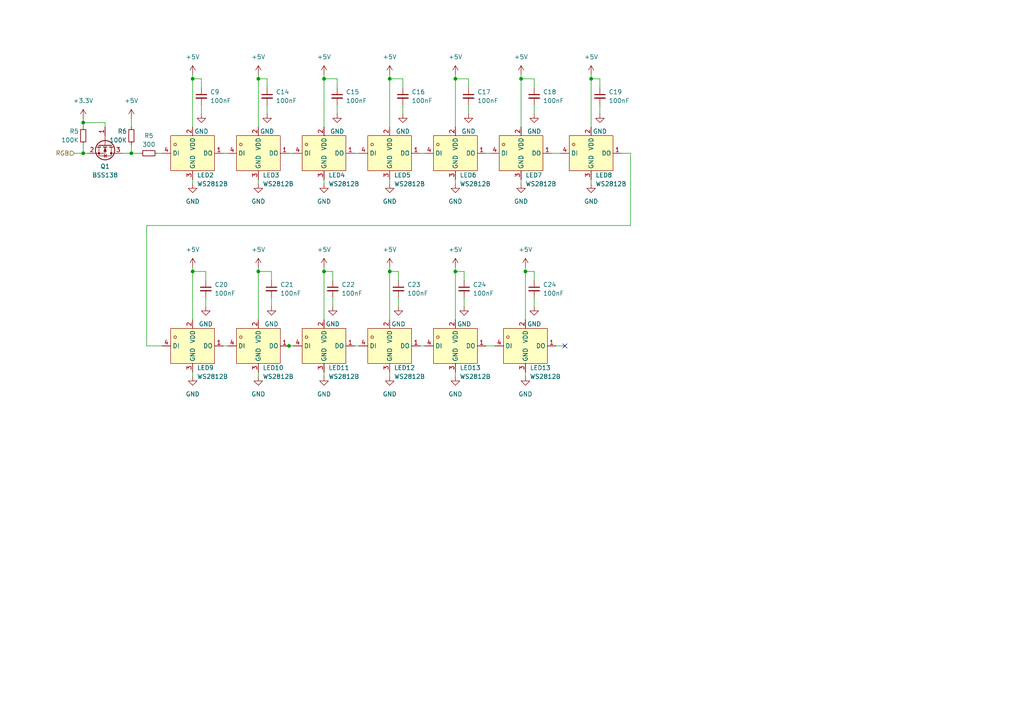
<source format=kicad_sch>
(kicad_sch (version 20230121) (generator eeschema)
  (paper "A4")
  (lib_symbols
    (symbol "Device:C_Small" (pin_numbers hide) (pin_names (offset 0.254) hide)
      (property "Reference" "C" (at 0.254 1.778 0))
      (property "Value" "C_Small" (at 0.254 -2.032 0))
      (symbol "C_Small_0_1"
        (polyline (pts (xy -1.524 -0.508) (xy 1.524 -0.508)) (stroke (width 0.3302)))
        (polyline (pts (xy -1.524 0.508) (xy 1.524 0.508)) (stroke (width 0.3048)))
      )
      (symbol "C_Small_1_1"
        (pin passive line (at 0 2.54 270) (length 2.032) (name "~") (number "1"))
        (pin passive line (at 0 -2.54 90) (length 2.032) (name "~") (number "2"))
      )
    )
    (symbol "Device:R_Small" (pin_numbers hide) (pin_names (offset 0.254) hide)
      (property "Reference" "R" (at 0.762 0.508 0))
      (property "Value" "R_Small" (at 0.762 -1.016 0))
      (symbol "R_Small_0_1"
        (rectangle (start -0.762 1.778) (end 0.762 -1.778) (stroke (width 0.2032)))
      )
      (symbol "R_Small_1_1"
        (pin passive line (at 0 2.54 270) (length 0.762) (name "~") (number "1"))
        (pin passive line (at 0 -2.54 90) (length 0.762) (name "~") (number "2"))
      )
    )
    (symbol "Transistor_FET:BSS138" (pin_names hide)
      (property "Reference" "Q" (at 5.08 1.905 0))
      (property "Value" "BSS138" (at 5.08 0 0))
      (symbol "BSS138_0_1"
        (polyline (pts (xy 0.254 0) (xy -2.54 0)))
        (polyline (pts (xy 0.254 1.905) (xy 0.254 -1.905)) (stroke (width 0.254)))
        (polyline (pts (xy 0.762 -1.27) (xy 0.762 -2.286)) (stroke (width 0.254)))
        (polyline (pts (xy 0.762 0.508) (xy 0.762 -0.508)) (stroke (width 0.254)))
        (polyline (pts (xy 0.762 2.286) (xy 0.762 1.27)) (stroke (width 0.254)))
        (polyline (pts (xy 2.54 2.54) (xy 2.54 1.778)))
        (polyline (pts (xy 2.54 -2.54) (xy 2.54 0) (xy 0.762 0)))
        (polyline (pts (xy 0.762 -1.778) (xy 3.302 -1.778) (xy 3.302 1.778) (xy 0.762 1.778)))
        (polyline (pts (xy 1.016 0) (xy 2.032 0.381) (xy 2.032 -0.381) (xy 1.016 0)) (fill (type outline)))
        (polyline (pts (xy 2.794 0.508) (xy 2.921 0.381) (xy 3.683 0.381) (xy 3.81 0.254)))
        (polyline (pts (xy 3.302 0.381) (xy 2.921 -0.254) (xy 3.683 -0.254) (xy 3.302 0.381)))
        (circle (center 1.651 0) (radius 2.794) (stroke (width 0.254)))
        (circle (center 2.54 -1.778) (radius 0.254) (fill (type outline)))
        (circle (center 2.54 1.778) (radius 0.254) (fill (type outline)))
      )
      (symbol "BSS138_1_1"
        (pin input line (at -5.08 0 0) (length 2.54) (name "G") (number "1"))
        (pin passive line (at 2.54 -5.08 90) (length 2.54) (name "S") (number "2"))
        (pin passive line (at 2.54 5.08 270) (length 2.54) (name "D") (number "3"))
      )
    )
    (symbol "easyeda2kicad:XL-1615RGBC-WS2812B"
      (property "Reference" "LED" (at 2.54 -6.35 0))
      (property "Value" "XL-1615RGBC-WS2812B" (at 2.54 -8.89 0))
      (symbol "XL-1615RGBC-WS2812B_0_1"
        (rectangle (start -6.35 5.08) (end 6.35 -5.08) (fill (type background)))
        (circle (center -5.08 2.54) (radius 0.38))
      )
      (symbol "XL-1615RGBC-WS2812B_1_1"
        (pin output line (at 8.89 0 180) (length 2.54) (name "DO") (number "1"))
        (pin power_in line (at 0 7.62 270) (length 2.54) (name "VDD") (number "2"))
        (pin power_in line (at 0 -7.62 90) (length 2.54) (name "GND") (number "3"))
        (pin input line (at -8.89 0 0) (length 2.54) (name "DI") (number "4"))
      )
    )
    (symbol "power:+3.3V" (power) (pin_names (offset 0))
      (property "Value" "+3.3V" (at 0 3.556 0))
      (symbol "+3.3V_0_1"
        (polyline (pts (xy -0.762 1.27) (xy 0 2.54)))
        (polyline (pts (xy 0 0) (xy 0 2.54)))
        (polyline (pts (xy 0 2.54) (xy 0.762 1.27)))
      )
      (symbol "+3.3V_1_1"
        (pin power_in line (at 0 0 90) (length 0) hide (name "+3.3V") (number "1"))
      )
    )
    (symbol "power:+5V" (power) (pin_names (offset 0))
      (property "Value" "+5V" (at 0 3.556 0))
      (symbol "+5V_0_1"
        (polyline (pts (xy -0.762 1.27) (xy 0 2.54)))
        (polyline (pts (xy 0 0) (xy 0 2.54)))
        (polyline (pts (xy 0 2.54) (xy 0.762 1.27)))
      )
      (symbol "+5V_1_1"
        (pin power_in line (at 0 0 90) (length 0) hide (name "+5V") (number "1"))
      )
    )
    (symbol "power:GND" (power) (pin_names (offset 0))
      (property "Value" "GND" (at 0 -3.81 0))
      (symbol "GND_0_1"
        (polyline (pts (xy 0 0) (xy 0 -1.27) (xy 1.27 -1.27) (xy 0 -2.54) (xy -1.27 -1.27) (xy 0 -1.27)))
      )
      (symbol "GND_1_1"
        (pin power_in line (at 0 0 270) (length 0) hide (name "GND") (number "1"))
      )
    )
  )
  (junction (at 24.13 35.56))
  (junction (at 132.08 78.74))
  (junction (at 24.13 44.45))
  (junction (at 74.93 22.86))
  (junction (at 55.88 78.74))
  (junction (at 151.13 22.86))
  (junction (at 93.98 22.86))
  (junction (at 38.1 44.45))
  (junction (at 132.08 22.86))
  (junction (at 83.82 100.33))
  (junction (at 55.88 22.86))
  (junction (at 74.93 78.74))
  (junction (at 113.03 78.74))
  (junction (at 113.03 22.86))
  (junction (at 171.45 22.86))
  (junction (at 93.98 78.74))
  (junction (at 152.4 78.74))
  (no_connect (at 163.83 100.33))
  (wire (pts (xy 97.79 30.48) (xy 97.79 33.02)))
  (wire (pts (xy 113.03 107.95) (xy 113.03 109.22)))
  (wire (pts (xy 96.52 78.74) (xy 96.52 81.28)))
  (wire (pts (xy 59.69 86.36) (xy 59.69 88.9)))
  (wire (pts (xy 113.03 52.07) (xy 113.03 53.34)))
  (wire (pts (xy 35.56 44.45) (xy 38.1 44.45)))
  (wire (pts (xy 154.94 30.48) (xy 154.94 33.02)))
  (wire (pts (xy 93.98 107.95) (xy 93.98 109.22)))
  (wire (pts (xy 38.1 34.29) (xy 38.1 36.83)))
  (wire (pts (xy 182.88 65.405) (xy 42.545 65.405)))
  (wire (pts (xy 93.98 22.86) (xy 93.98 36.83)))
  (wire (pts (xy 182.88 44.45) (xy 182.88 65.405)))
  (wire (pts (xy 82.55 100.33) (xy 83.82 100.33)))
  (wire (pts (xy 24.13 41.91) (xy 24.13 44.45)))
  (wire (pts (xy 55.88 78.74) (xy 55.88 92.71)))
  (wire (pts (xy 113.03 22.86) (xy 116.84 22.86)))
  (wire (pts (xy 161.29 100.33) (xy 163.83 100.33)))
  (wire (pts (xy 132.08 78.74) (xy 134.62 78.74)))
  (wire (pts (xy 116.84 30.48) (xy 116.84 33.02)))
  (wire (pts (xy 132.08 21.59) (xy 132.08 22.86)))
  (wire (pts (xy 152.4 77.47) (xy 152.4 78.74)))
  (wire (pts (xy 93.98 22.86) (xy 97.79 22.86)))
  (wire (pts (xy 21.59 44.45) (xy 24.13 44.45)))
  (wire (pts (xy 134.62 78.74) (xy 134.62 81.28)))
  (wire (pts (xy 132.08 22.86) (xy 132.08 36.83)))
  (wire (pts (xy 140.97 100.33) (xy 143.51 100.33)))
  (wire (pts (xy 55.88 77.47) (xy 55.88 78.74)))
  (wire (pts (xy 74.93 21.59) (xy 74.93 22.86)))
  (wire (pts (xy 55.88 22.86) (xy 55.88 36.83)))
  (wire (pts (xy 24.13 35.56) (xy 24.13 36.83)))
  (wire (pts (xy 74.93 78.74) (xy 74.93 92.71)))
  (wire (pts (xy 42.545 100.33) (xy 46.99 100.33)))
  (wire (pts (xy 140.97 44.45) (xy 142.24 44.45)))
  (wire (pts (xy 151.13 52.07) (xy 151.13 53.34)))
  (wire (pts (xy 152.4 78.74) (xy 152.4 92.71)))
  (wire (pts (xy 38.1 41.91) (xy 38.1 44.45)))
  (wire (pts (xy 74.93 78.74) (xy 78.74 78.74)))
  (wire (pts (xy 83.82 44.45) (xy 85.09 44.45)))
  (wire (pts (xy 102.87 100.33) (xy 104.14 100.33)))
  (wire (pts (xy 55.88 21.59) (xy 55.88 22.86)))
  (wire (pts (xy 171.45 22.86) (xy 173.99 22.86)))
  (wire (pts (xy 154.94 86.36) (xy 154.94 88.9)))
  (wire (pts (xy 152.4 78.74) (xy 154.94 78.74)))
  (wire (pts (xy 115.57 78.74) (xy 115.57 81.28)))
  (wire (pts (xy 78.74 86.36) (xy 78.74 88.9)))
  (wire (pts (xy 113.03 22.86) (xy 113.03 36.83)))
  (wire (pts (xy 135.89 22.86) (xy 135.89 25.4)))
  (wire (pts (xy 55.88 52.07) (xy 55.88 53.34)))
  (wire (pts (xy 113.03 78.74) (xy 113.03 92.71)))
  (wire (pts (xy 151.13 21.59) (xy 151.13 22.86)))
  (wire (pts (xy 160.02 44.45) (xy 162.56 44.45)))
  (wire (pts (xy 58.42 22.86) (xy 58.42 25.4)))
  (wire (pts (xy 132.08 78.74) (xy 132.08 92.71)))
  (wire (pts (xy 121.92 44.45) (xy 123.19 44.45)))
  (wire (pts (xy 24.13 35.56) (xy 30.48 35.56)))
  (wire (pts (xy 113.03 21.59) (xy 113.03 22.86)))
  (wire (pts (xy 93.98 52.07) (xy 93.98 53.34)))
  (wire (pts (xy 64.77 44.45) (xy 66.04 44.45)))
  (wire (pts (xy 173.99 30.48) (xy 173.99 33.02)))
  (wire (pts (xy 93.98 78.74) (xy 96.52 78.74)))
  (wire (pts (xy 96.52 86.36) (xy 96.52 88.9)))
  (wire (pts (xy 132.08 52.07) (xy 132.08 53.34)))
  (wire (pts (xy 93.98 78.74) (xy 93.98 92.71)))
  (wire (pts (xy 180.34 44.45) (xy 182.88 44.45)))
  (wire (pts (xy 102.87 44.45) (xy 104.14 44.45)))
  (wire (pts (xy 74.93 22.86) (xy 74.93 36.83)))
  (wire (pts (xy 30.48 35.56) (xy 30.48 36.83)))
  (wire (pts (xy 64.77 100.33) (xy 66.04 100.33)))
  (wire (pts (xy 154.94 78.74) (xy 154.94 81.28)))
  (wire (pts (xy 74.93 22.86) (xy 77.47 22.86)))
  (wire (pts (xy 116.84 22.86) (xy 116.84 25.4)))
  (wire (pts (xy 45.72 44.45) (xy 46.99 44.45)))
  (wire (pts (xy 134.62 86.36) (xy 134.62 88.9)))
  (wire (pts (xy 83.82 100.33) (xy 85.09 100.33)))
  (wire (pts (xy 59.69 78.74) (xy 59.69 81.28)))
  (wire (pts (xy 97.79 22.86) (xy 97.79 25.4)))
  (wire (pts (xy 113.03 78.74) (xy 115.57 78.74)))
  (wire (pts (xy 132.08 107.95) (xy 132.08 109.22)))
  (wire (pts (xy 55.88 107.95) (xy 55.88 109.22)))
  (wire (pts (xy 74.93 52.07) (xy 74.93 53.34)))
  (wire (pts (xy 154.94 22.86) (xy 154.94 25.4)))
  (wire (pts (xy 77.47 22.86) (xy 77.47 25.4)))
  (wire (pts (xy 171.45 21.59) (xy 171.45 22.86)))
  (wire (pts (xy 42.545 65.405) (xy 42.545 100.33)))
  (wire (pts (xy 78.74 78.74) (xy 78.74 81.28)))
  (wire (pts (xy 132.08 22.86) (xy 135.89 22.86)))
  (wire (pts (xy 171.45 22.86) (xy 171.45 36.83)))
  (wire (pts (xy 24.13 44.45) (xy 25.4 44.45)))
  (wire (pts (xy 173.99 22.86) (xy 173.99 25.4)))
  (wire (pts (xy 55.88 22.86) (xy 58.42 22.86)))
  (wire (pts (xy 121.92 100.33) (xy 123.19 100.33)))
  (wire (pts (xy 152.4 107.95) (xy 152.4 109.22)))
  (wire (pts (xy 77.47 30.48) (xy 77.47 33.02)))
  (wire (pts (xy 74.93 107.95) (xy 74.93 109.22)))
  (wire (pts (xy 74.93 77.47) (xy 74.93 78.74)))
  (wire (pts (xy 171.45 52.07) (xy 171.45 53.34)))
  (wire (pts (xy 38.1 44.45) (xy 40.64 44.45)))
  (wire (pts (xy 113.03 77.47) (xy 113.03 78.74)))
  (wire (pts (xy 24.13 34.29) (xy 24.13 35.56)))
  (wire (pts (xy 55.88 78.74) (xy 59.69 78.74)))
  (wire (pts (xy 135.89 30.48) (xy 135.89 33.02)))
  (wire (pts (xy 132.08 77.47) (xy 132.08 78.74)))
  (wire (pts (xy 58.42 30.48) (xy 58.42 33.02)))
  (wire (pts (xy 151.13 22.86) (xy 151.13 36.83)))
  (wire (pts (xy 151.13 22.86) (xy 154.94 22.86)))
  (wire (pts (xy 93.98 21.59) (xy 93.98 22.86)))
  (wire (pts (xy 93.98 77.47) (xy 93.98 78.74)))
  (wire (pts (xy 115.57 86.36) (xy 115.57 88.9)))
  (hierarchical_label "RGB" (shape input) (at 21.59 44.45 180))
  (symbol (lib_id "power:+5V") (at 151.13 21.59 0) (unit 1)
    (property "Reference" "#PWR053" (effects hide))
    (property "Value" "+5V" (at 151.13 16.51 0))
    (instances (project "Badge" (path "" (reference "#PWR053") (unit 1)) (path "" (reference "#PWR048") (unit 1))))
  )
  (symbol (lib_id "Device:C_Small") (at 96.52 83.82 0) (unit 1)
    (property "Reference" "C22" (at 99.06 82.5563 0) (effects (justify left)))
    (property "Value" "100nF" (at 99.06 85.0963 0) (effects (justify left)))
    (property "Footprint" "Capacitor_SMD:C_0603_1608Metric" (effects hide))
    (property "Datasheet" "https://datasheet.lcsc.com/lcsc/2211101700_YAGEO-CC0603KRX7R9BB104_C14663.pdf" (effects hide))
    (property "LCSC" "C14663" (effects hide))
  )
  (symbol (lib_id "power:GND") (at 55.88 109.22 0) (unit 1)
    (property "Reference" "#PWR038" (effects hide))
    (property "Value" "GND" (at 55.88 114.3 0))
    (instances (project "Badge" (path "" (reference "#PWR038") (unit 1)) (path "" (reference "#PWR055") (unit 1))))
  )
  (symbol (lib_id "easyeda2kicad:XL-1615RGBC-WS2812B") (at 113.03 100.33 0) (unit 1)
    (property "Reference" "LED12" (at 114.3 106.68 0) (effects (justify left)))
    (property "Value" "WS2812B" (at 114.3 109.22 0) (effects (justify left)))
    (property "Footprint" "easyeda2kicad:LED-SMD_4P-L1.6-W1.5_XL-1615RGBC-WS2812B" (effects hide))
    (property "Datasheet" "https://datasheet.lcsc.com/lcsc/2301111010_XINGLIGHT-XL-1615RGBC-WS2812B_C5349954.pdf" (effects hide))
    (property "LCSC" "C5349954" (effects hide))
    (instances (project "Badge" (path "" (reference "LED12") (unit 1)) (path "" (reference "LED11") (unit 1))))
  )
  (symbol (lib_id "Device:C_Small") (at 154.94 83.82 0) (unit 1)
    (property "Reference" "C24" (at 157.48 82.5563 0) (effects (justify left)))
    (property "Value" "100nF" (at 157.48 85.0963 0) (effects (justify left)))
    (property "Footprint" "Capacitor_SMD:C_0603_1608Metric" (effects hide))
    (property "Datasheet" "https://datasheet.lcsc.com/lcsc/2211101700_YAGEO-CC0603KRX7R9BB104_C14663.pdf" (effects hide))
    (property "LCSC" "C14663" (effects hide))
    (instances (project "Badge" (path "" (reference "C24") (unit 1)) (path "" (reference "C25") (unit 1))))
  )
  (symbol (lib_id "power:GND") (at 154.94 88.9 0) (unit 1)
    (property "Reference" "#PWR066" (effects hide))
    (property "Value" "GND" (at 154.94 93.98 0))
    (instances (project "Badge" (path "" (reference "#PWR066") (unit 1)) (path "" (reference "#PWR071") (unit 1))))
  )
  (symbol (lib_id "power:+5V") (at 38.1 34.29 0) (unit 1)
    (property "Reference" "#PWR043" (effects hide))
    (property "Value" "+5V" (at 38.1 29.21 0))
    (instances (project "Badge" (path "" (reference "#PWR043") (unit 1)) (path "" (reference "#PWR032") (unit 1))))
  )
  (symbol (lib_id "power:+5V") (at 74.93 21.59 0) (unit 1)
    (property "Reference" "#PWR045" (effects hide))
    (property "Value" "+5V" (at 74.93 16.51 0))
    (instances (project "Badge" (path "" (reference "#PWR045") (unit 1)) (path "" (reference "#PWR036") (unit 1))))
  )
  (symbol (lib_id "power:GND") (at 74.93 53.34 0) (unit 1)
    (property "Reference" "#PWR022" (effects hide))
    (property "Value" "GND" (at 74.93 58.42 0))
    (instances (project "Badge" (path "" (reference "#PWR022") (unit 1)) (path "" (reference "#PWR037") (unit 1))))
  )
  (symbol (lib_id "Device:C_Small") (at 154.94 27.94 0) (unit 1)
    (property "Reference" "C18" (at 157.48 26.6763 0) (effects (justify left)))
    (property "Value" "100nF" (at 157.48 29.2163 0) (effects (justify left)))
    (property "Footprint" "Capacitor_SMD:C_0603_1608Metric" (effects hide))
    (property "Datasheet" "https://datasheet.lcsc.com/lcsc/2211101700_YAGEO-CC0603KRX7R9BB104_C14663.pdf" (effects hide))
    (property "LCSC" "C14663" (effects hide))
  )
  (symbol (lib_id "power:GND") (at 154.94 33.02 0) (unit 1)
    (property "Reference" "#PWR054" (effects hide))
    (property "Value" "GND" (at 154.94 38.1 0))
    (instances (project "Badge" (path "" (reference "#PWR054") (unit 1)) (path "" (reference "#PWR050") (unit 1))))
  )
  (symbol (lib_id "Device:C_Small") (at 59.69 83.82 0) (unit 1)
    (property "Reference" "C20" (at 62.23 82.5563 0) (effects (justify left)))
    (property "Value" "100nF" (at 62.23 85.0963 0) (effects (justify left)))
    (property "Footprint" "Capacitor_SMD:C_0603_1608Metric" (effects hide))
    (property "Datasheet" "https://datasheet.lcsc.com/lcsc/2211101700_YAGEO-CC0603KRX7R9BB104_C14663.pdf" (effects hide))
    (property "LCSC" "C14663" (effects hide))
  )
  (symbol (lib_id "Device:C_Small") (at 116.84 27.94 0) (unit 1)
    (property "Reference" "C16" (at 119.38 26.6763 0) (effects (justify left)))
    (property "Value" "100nF" (at 119.38 29.2163 0) (effects (justify left)))
    (property "Footprint" "Capacitor_SMD:C_0603_1608Metric" (effects hide))
    (property "Datasheet" "https://datasheet.lcsc.com/lcsc/2211101700_YAGEO-CC0603KRX7R9BB104_C14663.pdf" (effects hide))
    (property "LCSC" "C14663" (effects hide))
  )
  (symbol (lib_id "easyeda2kicad:XL-1615RGBC-WS2812B") (at 74.93 100.33 0) (unit 1)
    (property "Reference" "LED10" (at 76.2 106.68 0) (effects (justify left)))
    (property "Value" "WS2812B" (at 76.2 109.22 0) (effects (justify left)))
    (property "Footprint" "easyeda2kicad:LED-SMD_4P-L1.6-W1.5_XL-1615RGBC-WS2812B" (effects hide))
    (property "Datasheet" "https://datasheet.lcsc.com/lcsc/2301111010_XINGLIGHT-XL-1615RGBC-WS2812B_C5349954.pdf" (effects hide))
    (property "LCSC" "C5349954" (effects hide))
    (instances (project "Badge" (path "" (reference "LED10") (unit 1)) (path "" (reference "LED9") (unit 1))))
  )
  (symbol (lib_id "power:+5V") (at 55.88 77.47 0) (unit 1)
    (property "Reference" "#PWR057" (effects hide))
    (property "Value" "+5V" (at 55.88 72.39 0))
    (instances (project "Badge" (path "" (reference "#PWR057") (unit 1)) (path "" (reference "#PWR054") (unit 1))))
  )
  (symbol (lib_id "Transistor_FET:BSS138") (at 30.48 41.91 270) (unit 1)
    (property "Reference" "Q1" (at 30.48 48.26 90))
    (property "Value" "BSS138" (at 30.48 50.8 90))
    (property "Footprint" "Package_TO_SOT_SMD:SOT-23" (effects hide))
    (property "Datasheet" "https://www.onsemi.com/pub/Collateral/BSS138-D.PDF" (effects hide))
    (property "LCSC" "C427380" (effects hide))
  )
  (symbol (lib_id "power:GND") (at 93.98 53.34 0) (unit 1)
    (property "Reference" "#PWR028" (effects hide))
    (property "Value" "GND" (at 93.98 58.42 0))
    (instances (project "Badge" (path "" (reference "#PWR028") (unit 1)) (path "" (reference "#PWR040") (unit 1))))
  )
  (symbol (lib_id "easyeda2kicad:XL-1615RGBC-WS2812B") (at 151.13 44.45 0) (unit 1)
    (property "Reference" "LED7" (at 152.4 50.8 0) (effects (justify left)))
    (property "Value" "WS2812B" (at 152.4 53.34 0) (effects (justify left)))
    (property "Footprint" "easyeda2kicad:LED-SMD_4P-L1.6-W1.5_XL-1615RGBC-WS2812B" (effects hide))
    (property "Datasheet" "https://datasheet.lcsc.com/lcsc/2301111010_XINGLIGHT-XL-1615RGBC-WS2812B_C5349954.pdf" (effects hide))
    (property "LCSC" "C5349954" (effects hide))
    (instances (project "Badge" (path "" (reference "LED7") (unit 1)) (path "" (reference "LED6") (unit 1))))
  )
  (symbol (lib_id "easyeda2kicad:XL-1615RGBC-WS2812B") (at 93.98 44.45 0) (unit 1)
    (property "Reference" "LED4" (at 95.25 50.8 0) (effects (justify left)))
    (property "Value" "WS2812B" (at 95.25 53.34 0) (effects (justify left)))
    (property "Footprint" "easyeda2kicad:LED-SMD_4P-L1.6-W1.5_XL-1615RGBC-WS2812B" (effects hide))
    (property "Datasheet" "https://datasheet.lcsc.com/lcsc/2301111010_XINGLIGHT-XL-1615RGBC-WS2812B_C5349954.pdf" (effects hide))
    (property "LCSC" "C5349954" (effects hide))
    (instances (project "Badge" (path "" (reference "LED4") (unit 1)) (path "" (reference "LED3") (unit 1))))
  )
  (symbol (lib_id "power:+5V") (at 93.98 21.59 0) (unit 1)
    (property "Reference" "#PWR047" (effects hide))
    (property "Value" "+5V" (at 93.98 16.51 0))
    (instances (project "Badge" (path "" (reference "#PWR047") (unit 1)) (path "" (reference "#PWR039") (unit 1))))
  )
  (symbol (lib_id "Device:C_Small") (at 58.42 27.94 0) (unit 1)
    (property "Reference" "C9" (at 60.96 26.6763 0) (effects (justify left)))
    (property "Value" "100nF" (at 60.96 29.2163 0) (effects (justify left)))
    (property "Footprint" "Capacitor_SMD:C_0603_1608Metric" (effects hide))
    (property "Datasheet" "https://datasheet.lcsc.com/lcsc/2211101700_YAGEO-CC0603KRX7R9BB104_C14663.pdf" (effects hide))
    (property "LCSC" "C14663" (effects hide))
    (instances (project "Badge" (path "" (reference "C9") (unit 1)) (path "" (reference "C13") (unit 1))))
  )
  (symbol (lib_id "power:GND") (at 171.45 53.34 0) (unit 1)
    (property "Reference" "#PWR032" (effects hide))
    (property "Value" "GND" (at 171.45 58.42 0))
    (instances (project "Badge" (path "" (reference "#PWR032") (unit 1)) (path "" (reference "#PWR052") (unit 1))))
  )
  (symbol (lib_id "power:+5V") (at 113.03 77.47 0) (unit 1)
    (property "Reference" "#PWR063" (effects hide))
    (property "Value" "+5V" (at 113.03 72.39 0))
  )
  (symbol (lib_id "easyeda2kicad:XL-1615RGBC-WS2812B") (at 74.93 44.45 0) (unit 1)
    (property "Reference" "LED3" (at 76.2 50.8 0) (effects (justify left)))
    (property "Value" "WS2812B" (at 76.2 53.34 0) (effects (justify left)))
    (property "Footprint" "easyeda2kicad:LED-SMD_4P-L1.6-W1.5_XL-1615RGBC-WS2812B" (effects hide))
    (property "Datasheet" "https://datasheet.lcsc.com/lcsc/2301111010_XINGLIGHT-XL-1615RGBC-WS2812B_C5349954.pdf" (effects hide))
    (property "LCSC" "C5349954" (effects hide))
    (instances (project "Badge" (path "" (reference "LED3") (unit 1)) (path "" (reference "LED2") (unit 1))))
  )
  (symbol (lib_id "easyeda2kicad:XL-1615RGBC-WS2812B") (at 55.88 44.45 0) (unit 1)
    (property "Reference" "LED2" (at 57.15 50.8 0) (effects (justify left)))
    (property "Value" "WS2812B" (at 57.15 53.34 0) (effects (justify left)))
    (property "Footprint" "easyeda2kicad:LED-SMD_4P-L1.6-W1.5_XL-1615RGBC-WS2812B" (effects hide))
    (property "Datasheet" "https://datasheet.lcsc.com/lcsc/2301111010_XINGLIGHT-XL-1615RGBC-WS2812B_C5349954.pdf" (effects hide))
    (property "LCSC" "C5349954" (effects hide))
    (instances (project "Badge" (path "" (reference "LED2") (unit 1)) (path "" (reference "LED1") (unit 1))))
  )
  (symbol (lib_id "Device:C_Small") (at 134.62 83.82 0) (unit 1)
    (property "Reference" "C24" (at 137.16 82.5563 0) (effects (justify left)))
    (property "Value" "100nF" (at 137.16 85.0963 0) (effects (justify left)))
    (property "Footprint" "Capacitor_SMD:C_0603_1608Metric" (effects hide))
    (property "Datasheet" "https://datasheet.lcsc.com/lcsc/2211101700_YAGEO-CC0603KRX7R9BB104_C14663.pdf" (effects hide))
    (property "LCSC" "C14663" (effects hide))
  )
  (symbol (lib_id "Device:C_Small") (at 115.57 83.82 0) (unit 1)
    (property "Reference" "C23" (at 118.11 82.5563 0) (effects (justify left)))
    (property "Value" "100nF" (at 118.11 85.0963 0) (effects (justify left)))
    (property "Footprint" "Capacitor_SMD:C_0603_1608Metric" (effects hide))
    (property "Datasheet" "https://datasheet.lcsc.com/lcsc/2211101700_YAGEO-CC0603KRX7R9BB104_C14663.pdf" (effects hide))
    (property "LCSC" "C14663" (effects hide))
  )
  (symbol (lib_id "easyeda2kicad:XL-1615RGBC-WS2812B") (at 113.03 44.45 0) (unit 1)
    (property "Reference" "LED5" (at 114.3 50.8 0) (effects (justify left)))
    (property "Value" "WS2812B" (at 114.3 53.34 0) (effects (justify left)))
    (property "Footprint" "easyeda2kicad:LED-SMD_4P-L1.6-W1.5_XL-1615RGBC-WS2812B" (effects hide))
    (property "Datasheet" "https://datasheet.lcsc.com/lcsc/2301111010_XINGLIGHT-XL-1615RGBC-WS2812B_C5349954.pdf" (effects hide))
    (property "LCSC" "C5349954" (effects hide))
    (instances (project "Badge" (path "" (reference "LED5") (unit 1)) (path "" (reference "LED4") (unit 1))))
  )
  (symbol (lib_id "easyeda2kicad:XL-1615RGBC-WS2812B") (at 55.88 100.33 0) (unit 1)
    (property "Reference" "LED9" (at 57.15 106.68 0) (effects (justify left)))
    (property "Value" "WS2812B" (at 57.15 109.22 0) (effects (justify left)))
    (property "Footprint" "easyeda2kicad:LED-SMD_4P-L1.6-W1.5_XL-1615RGBC-WS2812B" (effects hide))
    (property "Datasheet" "https://datasheet.lcsc.com/lcsc/2301111010_XINGLIGHT-XL-1615RGBC-WS2812B_C5349954.pdf" (effects hide))
    (property "LCSC" "C5349954" (effects hide))
    (instances (project "Badge" (path "" (reference "LED9") (unit 1)) (path "" (reference "LED8") (unit 1))))
  )
  (symbol (lib_id "power:GND") (at 132.08 53.34 0) (unit 1)
    (property "Reference" "#PWR030" (effects hide))
    (property "Value" "GND" (at 132.08 58.42 0))
    (instances (project "Badge" (path "" (reference "#PWR030") (unit 1)) (path "" (reference "#PWR046") (unit 1))))
  )
  (symbol (lib_id "easyeda2kicad:XL-1615RGBC-WS2812B") (at 152.4 100.33 0) (unit 1)
    (property "Reference" "LED13" (at 153.67 106.68 0) (effects (justify left)))
    (property "Value" "WS2812B" (at 153.67 109.22 0) (effects (justify left)))
    (property "Footprint" "easyeda2kicad:LED-SMD_4P-L1.6-W1.5_XL-1615RGBC-WS2812B" (effects hide))
    (property "Datasheet" "https://datasheet.lcsc.com/lcsc/2301111010_XINGLIGHT-XL-1615RGBC-WS2812B_C5349954.pdf" (effects hide))
    (property "LCSC" "C5349954" (effects hide))
  )
  (symbol (lib_id "power:GND") (at 74.93 109.22 0) (unit 1)
    (property "Reference" "#PWR039" (effects hide))
    (property "Value" "GND" (at 74.93 114.3 0))
    (instances (project "Badge" (path "" (reference "#PWR039") (unit 1)) (path "" (reference "#PWR058") (unit 1))))
  )
  (symbol (lib_id "power:GND") (at 116.84 33.02 0) (unit 1)
    (property "Reference" "#PWR050" (effects hide))
    (property "Value" "GND" (at 116.84 38.1 0))
    (instances (project "Badge" (path "" (reference "#PWR050") (unit 1)) (path "" (reference "#PWR044") (unit 1))))
  )
  (symbol (lib_id "power:GND") (at 93.98 109.22 0) (unit 1)
    (property "Reference" "#PWR040" (effects hide))
    (property "Value" "GND" (at 93.98 114.3 0))
    (instances (project "Badge" (path "" (reference "#PWR040") (unit 1)) (path "" (reference "#PWR061") (unit 1))))
  )
  (symbol (lib_id "power:GND") (at 77.47 33.02 0) (unit 1)
    (property "Reference" "#PWR046" (effects hide))
    (property "Value" "GND" (at 77.47 38.1 0))
    (instances (project "Badge" (path "" (reference "#PWR046") (unit 1)) (path "" (reference "#PWR038") (unit 1))))
  )
  (symbol (lib_id "power:+5V") (at 132.08 21.59 0) (unit 1)
    (property "Reference" "#PWR051" (effects hide))
    (property "Value" "+5V" (at 132.08 16.51 0))
    (instances (project "Badge" (path "" (reference "#PWR051") (unit 1)) (path "" (reference "#PWR045") (unit 1))))
  )
  (symbol (lib_id "power:GND") (at 78.74 88.9 0) (unit 1)
    (property "Reference" "#PWR060" (effects hide))
    (property "Value" "GND" (at 78.74 93.98 0))
    (instances (project "Badge" (path "" (reference "#PWR060") (unit 1)) (path "" (reference "#PWR059") (unit 1))))
  )
  (symbol (lib_id "power:+5V") (at 55.88 21.59 0) (unit 1)
    (property "Reference" "#PWR043" (effects hide))
    (property "Value" "+5V" (at 55.88 16.51 0))
    (instances (project "Badge" (path "" (reference "#PWR043") (unit 1)) (path "" (reference "#PWR033") (unit 1))))
  )
  (symbol (lib_id "power:GND") (at 173.99 33.02 0) (unit 1)
    (property "Reference" "#PWR056" (effects hide))
    (property "Value" "GND" (at 173.99 38.1 0))
    (instances (project "Badge" (path "" (reference "#PWR056") (unit 1)) (path "" (reference "#PWR053") (unit 1))))
  )
  (symbol (lib_id "power:GND") (at 134.62 88.9 0) (unit 1)
    (property "Reference" "#PWR066" (effects hide))
    (property "Value" "GND" (at 134.62 93.98 0))
    (instances (project "Badge" (path "" (reference "#PWR066") (unit 1)) (path "" (reference "#PWR068") (unit 1))))
  )
  (symbol (lib_id "easyeda2kicad:XL-1615RGBC-WS2812B") (at 132.08 44.45 0) (unit 1)
    (property "Reference" "LED6" (at 133.35 50.8 0) (effects (justify left)))
    (property "Value" "WS2812B" (at 133.35 53.34 0) (effects (justify left)))
    (property "Footprint" "easyeda2kicad:LED-SMD_4P-L1.6-W1.5_XL-1615RGBC-WS2812B" (effects hide))
    (property "Datasheet" "https://datasheet.lcsc.com/lcsc/2301111010_XINGLIGHT-XL-1615RGBC-WS2812B_C5349954.pdf" (effects hide))
    (property "LCSC" "C5349954" (effects hide))
    (instances (project "Badge" (path "" (reference "LED6") (unit 1)) (path "" (reference "LED5") (unit 1))))
  )
  (symbol (lib_id "Device:C_Small") (at 135.89 27.94 0) (unit 1)
    (property "Reference" "C17" (at 138.43 26.6763 0) (effects (justify left)))
    (property "Value" "100nF" (at 138.43 29.2163 0) (effects (justify left)))
    (property "Footprint" "Capacitor_SMD:C_0603_1608Metric" (effects hide))
    (property "Datasheet" "https://datasheet.lcsc.com/lcsc/2211101700_YAGEO-CC0603KRX7R9BB104_C14663.pdf" (effects hide))
    (property "LCSC" "C14663" (effects hide))
  )
  (symbol (lib_id "power:+5V") (at 93.98 77.47 0) (unit 1)
    (property "Reference" "#PWR061" (effects hide))
    (property "Value" "+5V" (at 93.98 72.39 0))
    (instances (project "Badge" (path "" (reference "#PWR061") (unit 1)) (path "" (reference "#PWR060") (unit 1))))
  )
  (symbol (lib_id "power:GND") (at 115.57 88.9 0) (unit 1)
    (property "Reference" "#PWR064" (effects hide))
    (property "Value" "GND" (at 115.57 93.98 0))
    (instances (project "Badge" (path "" (reference "#PWR064") (unit 1)) (path "" (reference "#PWR065") (unit 1))))
  )
  (symbol (lib_id "Device:C_Small") (at 97.79 27.94 0) (unit 1)
    (property "Reference" "C15" (at 100.33 26.6763 0) (effects (justify left)))
    (property "Value" "100nF" (at 100.33 29.2163 0) (effects (justify left)))
    (property "Footprint" "Capacitor_SMD:C_0603_1608Metric" (effects hide))
    (property "Datasheet" "https://datasheet.lcsc.com/lcsc/2211101700_YAGEO-CC0603KRX7R9BB104_C14663.pdf" (effects hide))
    (property "LCSC" "C14663" (effects hide))
  )
  (symbol (lib_id "power:+5V") (at 74.93 77.47 0) (unit 1)
    (property "Reference" "#PWR059" (effects hide))
    (property "Value" "+5V" (at 74.93 72.39 0))
    (instances (project "Badge" (path "" (reference "#PWR059") (unit 1)) (path "" (reference "#PWR057") (unit 1))))
  )
  (symbol (lib_id "power:GND") (at 58.42 33.02 0) (unit 1)
    (property "Reference" "#PWR044" (effects hide))
    (property "Value" "GND" (at 58.42 38.1 0))
    (instances (project "Badge" (path "" (reference "#PWR044") (unit 1)) (path "" (reference "#PWR035") (unit 1))))
  )
  (symbol (lib_id "power:GND") (at 151.13 53.34 0) (unit 1)
    (property "Reference" "#PWR031" (effects hide))
    (property "Value" "GND" (at 151.13 58.42 0))
    (instances (project "Badge" (path "" (reference "#PWR031") (unit 1)) (path "" (reference "#PWR049") (unit 1))))
  )
  (symbol (lib_id "power:+5V") (at 152.4 77.47 0) (unit 1)
    (property "Reference" "#PWR065" (effects hide))
    (property "Value" "+5V" (at 152.4 72.39 0))
    (instances (project "Badge" (path "" (reference "#PWR065") (unit 1)) (path "" (reference "#PWR069") (unit 1))))
  )
  (symbol (lib_id "Device:C_Small") (at 77.47 27.94 0) (unit 1)
    (property "Reference" "C14" (at 80.01 26.6763 0) (effects (justify left)))
    (property "Value" "100nF" (at 80.01 29.2163 0) (effects (justify left)))
    (property "Footprint" "Capacitor_SMD:C_0603_1608Metric" (effects hide))
    (property "Datasheet" "https://datasheet.lcsc.com/lcsc/2211101700_YAGEO-CC0603KRX7R9BB104_C14663.pdf" (effects hide))
    (property "LCSC" "C14663" (effects hide))
  )
  (symbol (lib_id "power:+3.3V") (at 24.13 34.29 0) (unit 1)
    (property "Reference" "#PWR031" (effects hide))
    (property "Value" "+3.3V" (at 24.13 29.21 0))
  )
  (symbol (lib_id "Device:R_Small") (at 43.18 44.45 270) (unit 1)
    (property "Reference" "R5" (at 43.18 39.37 90))
    (property "Value" "300" (at 43.18 41.91 90))
    (property "Footprint" "Resistor_SMD:R_0603_1608Metric" (effects hide))
    (property "Datasheet" "https://datasheet.lcsc.com/lcsc/2304140030_YAGEO-AF0603FR-07300RL_C144099.pdf" (effects hide))
    (property "LCSC" "C132374" (effects hide))
    (instances (project "Badge" (path "" (reference "R5") (unit 1)) (path "" (reference "R7") (unit 1))))
  )
  (symbol (lib_id "power:GND") (at 152.4 109.22 0) (unit 1)
    (property "Reference" "#PWR042" (effects hide))
    (property "Value" "GND" (at 152.4 114.3 0))
    (instances (project "Badge" (path "" (reference "#PWR042") (unit 1)) (path "" (reference "#PWR070") (unit 1))))
  )
  (symbol (lib_id "power:+5V") (at 171.45 21.59 0) (unit 1)
    (property "Reference" "#PWR055" (effects hide))
    (property "Value" "+5V" (at 171.45 16.51 0))
    (instances (project "Badge" (path "" (reference "#PWR055") (unit 1)) (path "" (reference "#PWR051") (unit 1))))
  )
  (symbol (lib_id "easyeda2kicad:XL-1615RGBC-WS2812B") (at 93.98 100.33 0) (unit 1)
    (property "Reference" "LED11" (at 95.25 106.68 0) (effects (justify left)))
    (property "Value" "WS2812B" (at 95.25 109.22 0) (effects (justify left)))
    (property "Footprint" "easyeda2kicad:LED-SMD_4P-L1.6-W1.5_XL-1615RGBC-WS2812B" (effects hide))
    (property "Datasheet" "https://datasheet.lcsc.com/lcsc/2301111010_XINGLIGHT-XL-1615RGBC-WS2812B_C5349954.pdf" (effects hide))
    (property "LCSC" "C5349954" (effects hide))
    (instances (project "Badge" (path "" (reference "LED11") (unit 1)) (path "" (reference "LED10") (unit 1))))
  )
  (symbol (lib_id "power:GND") (at 113.03 53.34 0) (unit 1)
    (property "Reference" "#PWR029" (effects hide))
    (property "Value" "GND" (at 113.03 58.42 0))
    (instances (project "Badge" (path "" (reference "#PWR029") (unit 1)) (path "" (reference "#PWR043") (unit 1))))
  )
  (symbol (lib_id "power:GND") (at 135.89 33.02 0) (unit 1)
    (property "Reference" "#PWR052" (effects hide))
    (property "Value" "GND" (at 135.89 38.1 0))
    (instances (project "Badge" (path "" (reference "#PWR052") (unit 1)) (path "" (reference "#PWR047") (unit 1))))
  )
  (symbol (lib_id "Device:C_Small") (at 173.99 27.94 0) (unit 1)
    (property "Reference" "C19" (at 176.53 26.6763 0) (effects (justify left)))
    (property "Value" "100nF" (at 176.53 29.2163 0) (effects (justify left)))
    (property "Footprint" "Capacitor_SMD:C_0603_1608Metric" (effects hide))
    (property "Datasheet" "https://datasheet.lcsc.com/lcsc/2211101700_YAGEO-CC0603KRX7R9BB104_C14663.pdf" (effects hide))
    (property "LCSC" "C14663" (effects hide))
  )
  (symbol (lib_id "Device:R_Small") (at 24.13 39.37 0) (mirror y) (unit 1)
    (property "Reference" "R5" (at 22.86 38.1 0) (effects (justify left)))
    (property "Value" "100K" (at 22.86 40.64 0) (effects (justify left)))
    (property "Footprint" "Resistor_SMD:R_0603_1608Metric" (effects hide))
    (property "Datasheet" "https://datasheet.lcsc.com/lcsc/2304140030_Walsin-Tech-Corp-WR06X1003FTL_C132374.pdf" (effects hide))
    (property "LCSC" "C132374" (effects hide))
  )
  (symbol (lib_id "easyeda2kicad:XL-1615RGBC-WS2812B") (at 171.45 44.45 0) (unit 1)
    (property "Reference" "LED8" (at 172.72 50.8 0) (effects (justify left)))
    (property "Value" "WS2812B" (at 172.72 53.34 0) (effects (justify left)))
    (property "Footprint" "easyeda2kicad:LED-SMD_4P-L1.6-W1.5_XL-1615RGBC-WS2812B" (effects hide))
    (property "Datasheet" "https://datasheet.lcsc.com/lcsc/2301111010_XINGLIGHT-XL-1615RGBC-WS2812B_C5349954.pdf" (effects hide))
    (property "LCSC" "C5349954" (effects hide))
    (instances (project "Badge" (path "" (reference "LED8") (unit 1)) (path "" (reference "LED7") (unit 1))))
  )
  (symbol (lib_id "power:GND") (at 132.08 109.22 0) (unit 1)
    (property "Reference" "#PWR042" (effects hide))
    (property "Value" "GND" (at 132.08 114.3 0))
    (instances (project "Badge" (path "" (reference "#PWR042") (unit 1)) (path "" (reference "#PWR067") (unit 1))))
  )
  (symbol (lib_id "power:+5V") (at 113.03 21.59 0) (unit 1)
    (property "Reference" "#PWR049" (effects hide))
    (property "Value" "+5V" (at 113.03 16.51 0))
    (instances (project "Badge" (path "" (reference "#PWR049") (unit 1)) (path "" (reference "#PWR042") (unit 1))))
  )
  (symbol (lib_id "power:GND") (at 96.52 88.9 0) (unit 1)
    (property "Reference" "#PWR062" (effects hide))
    (property "Value" "GND" (at 96.52 93.98 0))
  )
  (symbol (lib_id "easyeda2kicad:XL-1615RGBC-WS2812B") (at 132.08 100.33 0) (unit 1)
    (property "Reference" "LED13" (at 133.35 106.68 0) (effects (justify left)))
    (property "Value" "WS2812B" (at 133.35 109.22 0) (effects (justify left)))
    (property "Footprint" "easyeda2kicad:LED-SMD_4P-L1.6-W1.5_XL-1615RGBC-WS2812B" (effects hide))
    (property "Datasheet" "https://datasheet.lcsc.com/lcsc/2301111010_XINGLIGHT-XL-1615RGBC-WS2812B_C5349954.pdf" (effects hide))
    (property "LCSC" "C5349954" (effects hide))
    (instances (project "Badge" (path "" (reference "LED13") (unit 1)) (path "" (reference "LED12") (unit 1))))
  )
  (symbol (lib_id "power:+5V") (at 132.08 77.47 0) (unit 1)
    (property "Reference" "#PWR065" (effects hide))
    (property "Value" "+5V" (at 132.08 72.39 0))
    (instances (project "Badge" (path "" (reference "#PWR065") (unit 1)) (path "" (reference "#PWR066") (unit 1))))
  )
  (symbol (lib_id "Device:C_Small") (at 78.74 83.82 0) (unit 1)
    (property "Reference" "C21" (at 81.28 82.5563 0) (effects (justify left)))
    (property "Value" "100nF" (at 81.28 85.0963 0) (effects (justify left)))
    (property "Footprint" "Capacitor_SMD:C_0603_1608Metric" (effects hide))
    (property "Datasheet" "https://datasheet.lcsc.com/lcsc/2211101700_YAGEO-CC0603KRX7R9BB104_C14663.pdf" (effects hide))
    (property "LCSC" "C14663" (effects hide))
  )
  (symbol (lib_id "Device:R_Small") (at 38.1 39.37 0) (mirror y) (unit 1)
    (property "Reference" "R6" (at 36.83 38.1 0) (effects (justify left)))
    (property "Value" "100K" (at 36.83 40.64 0) (effects (justify left)))
    (property "Footprint" "Resistor_SMD:R_0603_1608Metric" (effects hide))
    (property "Datasheet" "https://datasheet.lcsc.com/lcsc/2304140030_Walsin-Tech-Corp-WR06X1003FTL_C132374.pdf" (effects hide))
    (property "LCSC" "C132374" (effects hide))
  )
  (symbol (lib_id "power:GND") (at 97.79 33.02 0) (unit 1)
    (property "Reference" "#PWR048" (effects hide))
    (property "Value" "GND" (at 97.79 38.1 0))
    (instances (project "Badge" (path "" (reference "#PWR048") (unit 1)) (path "" (reference "#PWR041") (unit 1))))
  )
  (symbol (lib_id "power:GND") (at 113.03 109.22 0) (unit 1)
    (property "Reference" "#PWR041" (effects hide))
    (property "Value" "GND" (at 113.03 114.3 0))
    (instances (project "Badge" (path "" (reference "#PWR041") (unit 1)) (path "" (reference "#PWR064") (unit 1))))
  )
  (symbol (lib_id "power:GND") (at 55.88 53.34 0) (unit 1)
    (property "Reference" "#PWR021" (effects hide))
    (property "Value" "GND" (at 55.88 58.42 0))
    (instances (project "Badge" (path "" (reference "#PWR021") (unit 1)) (path "" (reference "#PWR034") (unit 1))))
  )
  (symbol (lib_id "power:GND") (at 59.69 88.9 0) (unit 1)
    (property "Reference" "#PWR058" (effects hide))
    (property "Value" "GND" (at 59.69 93.98 0))
    (instances (project "Badge" (path "" (reference "#PWR058") (unit 1)) (path "" (reference "#PWR056") (unit 1))))
  )
)
</source>
